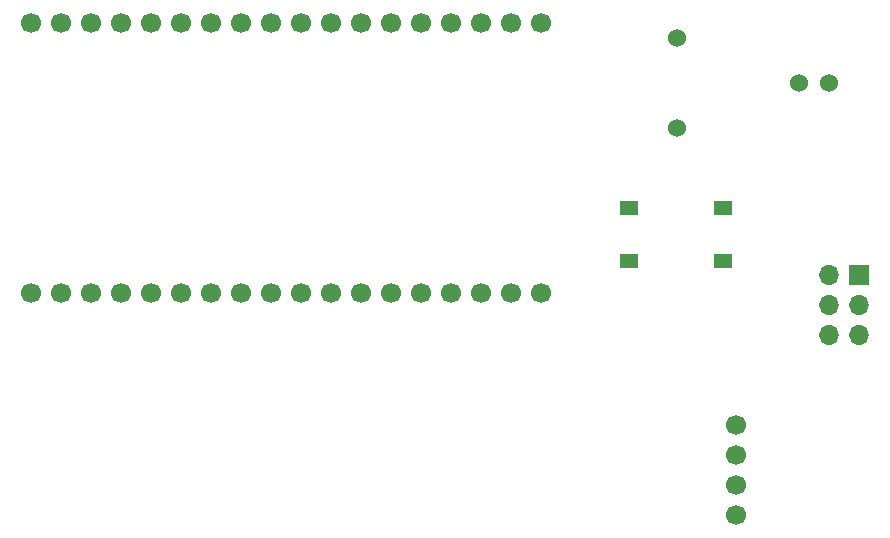
<source format=gbr>
%TF.GenerationSoftware,KiCad,Pcbnew,9.0.0*%
%TF.CreationDate,2025-05-06T12:38:54-07:00*%
%TF.ProjectId,DC33_Cnet_Badge_Main,44433333-5f43-46e6-9574-5f4261646765,rev?*%
%TF.SameCoordinates,Original*%
%TF.FileFunction,Soldermask,Top*%
%TF.FilePolarity,Negative*%
%FSLAX46Y46*%
G04 Gerber Fmt 4.6, Leading zero omitted, Abs format (unit mm)*
G04 Created by KiCad (PCBNEW 9.0.0) date 2025-05-06 12:38:54*
%MOMM*%
%LPD*%
G01*
G04 APERTURE LIST*
%ADD10R,1.550000X1.300000*%
%ADD11C,1.524000*%
%ADD12R,1.700000X1.700000*%
%ADD13O,1.700000X1.700000*%
%ADD14C,1.700000*%
G04 APERTURE END LIST*
D10*
%TO.C,SW1*%
X174490000Y-72300000D03*
X182450000Y-72300000D03*
X174490000Y-76800000D03*
X182450000Y-76800000D03*
%TD*%
D11*
%TO.C,VIBRA1*%
X191380000Y-61700000D03*
X188840000Y-61700000D03*
%TD*%
D12*
%TO.C,J1*%
X193927500Y-77985000D03*
D13*
X191387500Y-77985000D03*
X193927500Y-80525000D03*
X191387500Y-80525000D03*
X193927500Y-83065000D03*
X191387500Y-83065000D03*
%TD*%
D14*
%TO.C,GPS1*%
X183510000Y-90690000D03*
X183510000Y-93230000D03*
X183510000Y-95770000D03*
X183510000Y-98310000D03*
%TD*%
%TO.C,U1*%
X123860000Y-56640000D03*
X126400000Y-56640000D03*
X128940000Y-56640000D03*
X131480000Y-56640000D03*
X134020000Y-56640000D03*
X136560000Y-56640000D03*
X139100000Y-56640000D03*
X141640000Y-56640000D03*
X144180000Y-56640000D03*
X146720000Y-56640000D03*
X149260000Y-56640000D03*
X151800000Y-56640000D03*
X154340000Y-56640000D03*
X156880000Y-56640000D03*
X159420000Y-56640000D03*
X161960000Y-56640000D03*
X164500000Y-56640000D03*
X167040000Y-56640000D03*
X167040000Y-79500000D03*
X164500000Y-79500000D03*
X161960000Y-79500000D03*
X159420000Y-79500000D03*
X156880000Y-79500000D03*
X154340000Y-79500000D03*
X151800000Y-79500000D03*
X149260000Y-79500000D03*
X146720000Y-79500000D03*
X144180000Y-79500000D03*
X141640000Y-79500000D03*
X139100000Y-79500000D03*
X136560000Y-79500000D03*
X134020000Y-79500000D03*
X131480000Y-79500000D03*
X128940000Y-79500000D03*
X126400000Y-79500000D03*
X123860000Y-79500000D03*
%TD*%
D11*
%TO.C,BUZZ1*%
X178500000Y-57880000D03*
X178500000Y-65500000D03*
%TD*%
M02*

</source>
